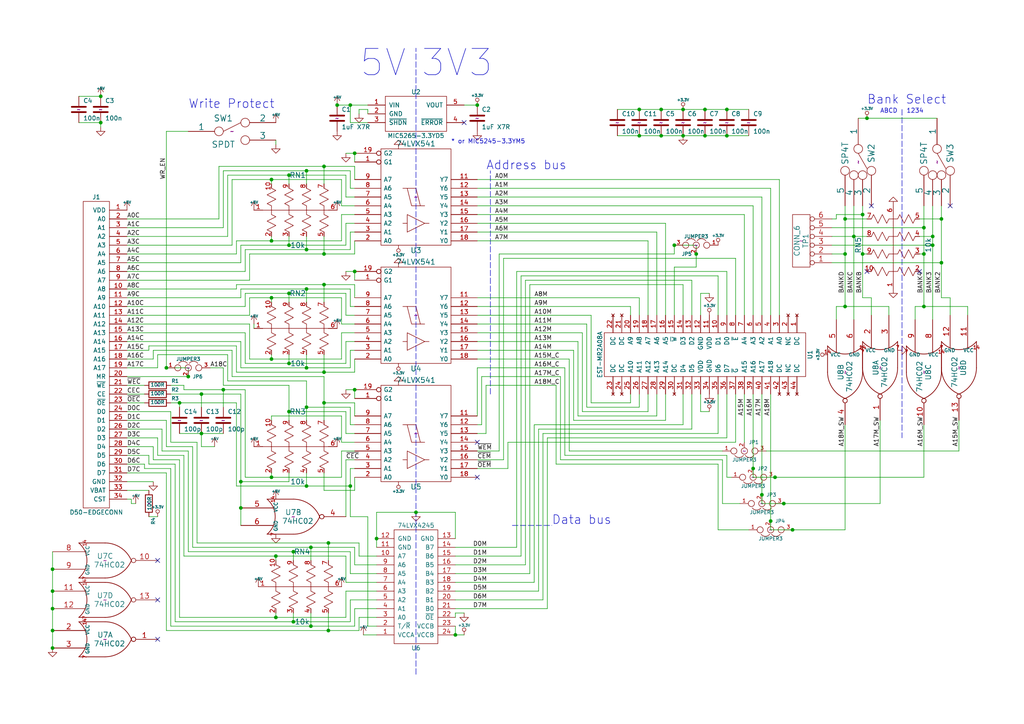
<source format=kicad_sch>
(kicad_sch (version 20211123) (generator eeschema)
  (paper "A4")
  (title_block (date "7 feb 2016"))
  (junction (at 58.42 125.73))
  (junction (at 270.51 71.12))
  (junction (at 93.98 82.55))
  (junction (at 88.9 49.53))
  (junction (at 250.19 62.23))
  (junction (at 15.24 187.96))
  (junction (at 95.25 182.88))
  (junction (at 88.9 118.11))
  (junction (at 48.26 106.68))
  (junction (at 83.82 119.38))
  (junction (at 218.44 135.89))
  (junction (at 78.74 86.36))
  (junction (at 29.21 35.56))
  (junction (at 95.25 157.48))
  (junction (at 250.19 73.66))
  (junction (at 227.33 146.05))
  (junction (at 78.74 138.43))
  (junction (at 101.6 30.48))
  (junction (at 97.79 30.48))
  (junction (at 78.74 104.14))
  (junction (at 80.01 179.07))
  (junction (at 52.07 116.84))
  (junction (at 102.87 78.74))
  (junction (at 267.97 66.04))
  (junction (at 80.01 161.29))
  (junction (at 102.87 113.03))
  (junction (at 138.43 30.48))
  (junction (at 58.42 114.3))
  (junction (at 83.82 85.09))
  (junction (at 15.24 165.1))
  (junction (at 191.77 31.75))
  (junction (at 85.09 160.02))
  (junction (at 251.46 34.29))
  (junction (at 201.93 73.66))
  (junction (at 185.42 39.37))
  (junction (at 90.17 181.61))
  (junction (at 85.09 180.34))
  (junction (at 83.82 71.12))
  (junction (at 204.47 39.37))
  (junction (at 93.98 73.66))
  (junction (at 185.42 31.75))
  (junction (at 267.97 73.66))
  (junction (at 270.51 68.58))
  (junction (at 273.05 63.5))
  (junction (at 90.17 158.75))
  (junction (at 223.52 151.13))
  (junction (at 88.9 72.39))
  (junction (at 69.85 139.7))
  (junction (at 88.9 140.97))
  (junction (at 15.24 171.45))
  (junction (at 29.21 27.94))
  (junction (at 101.6 140.97))
  (junction (at 15.24 182.88))
  (junction (at 93.98 116.84))
  (junction (at 83.82 50.8))
  (junction (at 93.98 107.95))
  (junction (at 224.79 138.43))
  (junction (at 78.74 69.85))
  (junction (at 273.05 76.2))
  (junction (at 15.24 176.53))
  (junction (at 245.11 63.5))
  (junction (at 109.22 156.21))
  (junction (at 88.9 83.82))
  (junction (at 198.12 31.75))
  (junction (at 78.74 52.07))
  (junction (at 229.87 153.67))
  (junction (at 120.65 148.59))
  (junction (at 102.87 44.45))
  (junction (at 245.11 73.66))
  (junction (at 195.58 71.12))
  (junction (at 83.82 105.41))
  (junction (at 267.97 88.9))
  (junction (at 191.77 39.37))
  (junction (at 132.08 184.15))
  (junction (at 247.65 68.58))
  (junction (at 198.12 39.37))
  (junction (at 88.9 106.68))
  (junction (at 93.98 48.26))
  (junction (at 220.98 143.51))
  (junction (at 54.61 109.22))
  (junction (at 69.85 147.32))
  (junction (at 210.82 39.37))
  (junction (at 64.77 113.03))
  (junction (at 245.11 88.9))
  (junction (at 204.47 31.75))
  (junction (at 210.82 31.75))
  (no_connect (at 266.7 78.74))
  (no_connect (at 252.73 59.69))
  (no_connect (at 134.62 35.56))
  (no_connect (at 275.59 59.69))
  (no_connect (at 138.43 128.27))
  (no_connect (at 45.72 185.42))
  (no_connect (at 45.72 173.99))
  (no_connect (at 45.72 162.56))
  (no_connect (at 251.46 78.74))
  (no_connect (at 138.43 138.43))
  (wire (pts (xy 278.13 121.92) (xy 278.13 130.81)))
  (wire (pts (xy 223.52 153.67) (xy 229.87 153.67)))
  (wire (pts (xy 220.98 143.51) (xy 220.98 146.05)))
  (wire (pts (xy 195.58 77.47) (xy 195.58 91.44)))
  (wire (pts (xy 273.05 86.36) (xy 275.59 86.36)))
  (wire (pts (xy 168.91 119.38) (xy 187.96 119.38)))
  (wire (pts (xy 149.86 78.74) (xy 210.82 78.74)))
  (wire (pts (xy 88.9 72.39) (xy 101.6 72.39)))
  (wire (pts (xy 48.26 182.88) (xy 95.25 182.88)))
  (wire (pts (xy 71.12 113.03) (xy 71.12 138.43)))
  (wire (pts (xy 15.24 176.53) (xy 15.24 182.88)))
  (wire (pts (xy 157.48 173.99) (xy 132.08 173.99)))
  (wire (pts (xy 158.75 176.53) (xy 132.08 176.53)))
  (wire (pts (xy 106.68 181.61) (xy 109.22 181.61)))
  (wire (pts (xy 109.22 148.59) (xy 109.22 156.21)))
  (wire (pts (xy 78.74 69.85) (xy 99.06 69.85)))
  (wire (pts (xy 71.12 96.52) (xy 71.12 105.41)))
  (wire (pts (xy 48.26 121.92) (xy 36.83 121.92)))
  (wire (pts (xy 147.32 128.27) (xy 147.32 135.89)))
  (wire (pts (xy 171.45 116.84) (xy 182.88 116.84)))
  (wire (pts (xy 204.47 39.37) (xy 210.82 39.37)))
  (wire (pts (xy 83.82 87.63) (xy 83.82 85.09)))
  (wire (pts (xy 67.31 52.07) (xy 67.31 71.12)))
  (wire (pts (xy 242.57 62.23) (xy 250.19 62.23)))
  (wire (pts (xy 144.78 73.66) (xy 195.58 73.66)))
  (wire (pts (xy 66.04 50.8) (xy 66.04 68.58)))
  (wire (pts (xy 101.6 149.86) (xy 106.68 149.86)))
  (wire (pts (xy 95.25 182.88) (xy 104.14 182.88)))
  (wire (pts (xy 132.08 179.07) (xy 132.08 177.8)))
  (wire (pts (xy 45.72 106.68) (xy 45.72 102.87)))
  (wire (pts (xy 100.33 168.91) (xy 109.22 168.91)))
  (wire (pts (xy 201.93 77.47) (xy 195.58 77.47)))
  (wire (pts (xy 203.2 85.09) (xy 205.74 85.09)))
  (wire (pts (xy 15.24 160.02) (xy 15.24 165.1)))
  (wire (pts (xy 36.83 129.54) (xy 44.45 129.54)))
  (wire (pts (xy 203.2 91.44) (xy 203.2 85.09)))
  (wire (pts (xy 102.87 44.45) (xy 100.33 44.45)))
  (wire (pts (xy 36.83 104.14) (xy 44.45 104.14)))
  (wire (pts (xy 78.74 137.16) (xy 78.74 138.43)))
  (wire (pts (xy 88.9 110.49) (xy 88.9 118.11)))
  (wire (pts (xy 71.12 78.74) (xy 71.12 72.39)))
  (wire (pts (xy 71.12 105.41) (xy 83.82 105.41)))
  (wire (pts (xy 170.18 118.11) (xy 185.42 118.11)))
  (wire (pts (xy 41.91 114.3) (xy 36.83 114.3)))
  (wire (pts (xy 100.33 91.44) (xy 102.87 91.44)))
  (wire (pts (xy 166.37 101.6) (xy 166.37 121.92)))
  (wire (pts (xy 224.79 138.43) (xy 267.97 138.43)))
  (wire (pts (xy 53.34 132.08) (xy 45.72 132.08)))
  (wire (pts (xy 149.86 78.74) (xy 149.86 158.75)))
  (wire (pts (xy 46.99 130.81) (xy 54.61 130.81)))
  (wire (pts (xy 49.53 135.89) (xy 49.53 181.61)))
  (wire (pts (xy 154.94 123.19) (xy 154.94 168.91)))
  (wire (pts (xy 93.98 116.84) (xy 102.87 116.84)))
  (wire (pts (xy 102.87 48.26) (xy 102.87 52.07)))
  (wire (pts (xy 106.68 35.56) (xy 101.6 35.56)))
  (wire (pts (xy 171.45 91.44) (xy 171.45 116.84)))
  (wire (pts (xy 41.91 134.62) (xy 41.91 135.89)))
  (wire (pts (xy 95.25 162.56) (xy 95.25 157.48)))
  (wire (pts (xy 185.42 31.75) (xy 191.77 31.75)))
  (wire (pts (xy 102.87 138.43) (xy 102.87 142.24)))
  (wire (pts (xy 102.87 73.66) (xy 102.87 69.85)))
  (wire (pts (xy 226.06 52.07) (xy 226.06 91.44)))
  (wire (pts (xy 187.96 119.38) (xy 187.96 114.3)))
  (wire (pts (xy 120.65 148.59) (xy 132.08 148.59)))
  (wire (pts (xy 241.3 68.58) (xy 247.65 68.58)))
  (wire (pts (xy 208.28 134.62) (xy 208.28 153.67)))
  (wire (pts (xy 71.12 72.39) (xy 88.9 72.39)))
  (wire (pts (xy 153.67 82.55) (xy 198.12 82.55)))
  (wire (pts (xy 55.88 158.75) (xy 55.88 129.54)))
  (wire (pts (xy 72.39 104.14) (xy 78.74 104.14)))
  (wire (pts (xy 100.33 125.73) (xy 102.87 125.73)))
  (wire (pts (xy 193.04 121.92) (xy 193.04 114.3)))
  (wire (pts (xy 45.72 127) (xy 36.83 127)))
  (wire (pts (xy 140.97 111.76) (xy 161.29 111.76)))
  (wire (pts (xy 218.44 135.89) (xy 218.44 138.43)))
  (wire (pts (xy 67.31 52.07) (xy 78.74 52.07)))
  (wire (pts (xy 153.67 166.37) (xy 132.08 166.37)))
  (wire (pts (xy 78.74 138.43) (xy 99.06 138.43)))
  (wire (pts (xy 270.51 59.69) (xy 270.51 68.58)))
  (wire (pts (xy 138.43 106.68) (xy 163.83 106.68)))
  (wire (pts (xy 250.19 73.66) (xy 250.19 86.36)))
  (wire (pts (xy 97.79 30.48) (xy 101.6 30.48)))
  (wire (pts (xy 138.43 99.06) (xy 167.64 99.06)))
  (wire (pts (xy 104.14 182.88) (xy 104.14 179.07)))
  (wire (pts (xy 36.83 76.2) (xy 69.85 76.2)))
  (wire (pts (xy 182.88 116.84) (xy 182.88 114.3)))
  (wire (pts (xy 29.21 35.56) (xy 29.21 36.83)))
  (wire (pts (xy 93.98 48.26) (xy 102.87 48.26)))
  (wire (pts (xy 68.58 107.95) (xy 93.98 107.95)))
  (wire (pts (xy 63.5 48.26) (xy 93.98 48.26)))
  (wire (pts (xy 88.9 49.53) (xy 101.6 49.53)))
  (wire (pts (xy 191.77 39.37) (xy 198.12 39.37)))
  (wire (pts (xy 101.6 35.56) (xy 101.6 30.48)))
  (wire (pts (xy 101.6 83.82) (xy 101.6 88.9)))
  (wire (pts (xy 267.97 138.43) (xy 267.97 123.19)))
  (wire (pts (xy 93.98 53.34) (xy 93.98 48.26)))
  (wire (pts (xy 45.72 132.08) (xy 45.72 127)))
  (wire (pts (xy 252.73 86.36) (xy 252.73 91.44)))
  (wire (pts (xy 165.1 104.14) (xy 138.43 104.14)))
  (wire (pts (xy 52.07 179.07) (xy 80.01 179.07)))
  (wire (pts (xy 38.1 146.05) (xy 39.37 146.05)))
  (wire (pts (xy 247.65 68.58) (xy 251.46 68.58)))
  (wire (pts (xy 53.34 113.03) (xy 64.77 113.03)))
  (wire (pts (xy 151.13 161.29) (xy 132.08 161.29)))
  (wire (pts (xy 58.42 114.3) (xy 69.85 114.3)))
  (wire (pts (xy 36.83 134.62) (xy 41.91 134.62)))
  (wire (pts (xy 78.74 120.65) (xy 78.74 121.92)))
  (wire (pts (xy 85.09 180.34) (xy 101.6 180.34)))
  (wire (pts (xy 48.26 129.54) (xy 48.26 121.92)))
  (wire (pts (xy 99.06 62.23) (xy 102.87 62.23)))
  (wire (pts (xy 210.82 127) (xy 158.75 127)))
  (wire (pts (xy 170.18 93.98) (xy 170.18 118.11)))
  (wire (pts (xy 88.9 118.11) (xy 101.6 118.11)))
  (wire (pts (xy 88.9 140.97) (xy 101.6 140.97)))
  (wire (pts (xy 241.3 63.5) (xy 242.57 63.5)))
  (wire (pts (xy 104.14 179.07) (xy 109.22 179.07)))
  (wire (pts (xy 245.11 63.5) (xy 245.11 73.66)))
  (wire (pts (xy 38.1 144.78) (xy 38.1 146.05)))
  (wire (pts (xy 106.68 149.86) (xy 106.68 181.61)))
  (wire (pts (xy 93.98 142.24) (xy 93.98 137.16)))
  (wire (pts (xy 99.06 59.69) (xy 102.87 59.69)))
  (wire (pts (xy 46.99 124.46) (xy 46.99 130.81)))
  (wire (pts (xy 247.65 68.58) (xy 247.65 92.71)))
  (wire (pts (xy 138.43 69.85) (xy 187.96 69.85)))
  (polyline (pts (xy 142.24 114.3) (xy 142.24 49.53)))
  (wire (pts (xy 99.06 69.85) (xy 99.06 62.23)))
  (wire (pts (xy 156.21 124.46) (xy 156.21 171.45)))
  (wire (pts (xy 36.83 91.44) (xy 72.39 91.44)))
  (wire (pts (xy 132.08 148.59) (xy 132.08 156.21)))
  (wire (pts (xy 147.32 128.27) (xy 213.36 128.27)))
  (wire (pts (xy 66.04 102.87) (xy 66.04 110.49)))
  (wire (pts (xy 138.43 57.15) (xy 220.98 57.15)))
  (wire (pts (xy 102.87 113.03) (xy 100.33 113.03)))
  (wire (pts (xy 69.85 71.12) (xy 83.82 71.12)))
  (wire (pts (xy 54.61 160.02) (xy 85.09 160.02)))
  (wire (pts (xy 198.12 123.19) (xy 154.94 123.19)))
  (wire (pts (xy 245.11 59.69) (xy 245.11 63.5)))
  (wire (pts (xy 101.6 30.48) (xy 106.68 30.48)))
  (wire (pts (xy 45.72 102.87) (xy 66.04 102.87)))
  (wire (pts (xy 50.8 134.62) (xy 43.18 134.62)))
  (wire (pts (xy 93.98 87.63) (xy 93.98 82.55)))
  (wire (pts (xy 251.46 73.66) (xy 250.19 73.66)))
  (wire (pts (xy 266.7 68.58) (xy 270.51 68.58)))
  (wire (pts (xy 209.55 133.35) (xy 209.55 146.05)))
  (wire (pts (xy 167.64 99.06) (xy 167.64 120.65)))
  (wire (pts (xy 193.04 64.77) (xy 138.43 64.77)))
  (wire (pts (xy 280.67 88.9) (xy 280.67 91.44)))
  (wire (pts (xy 58.42 125.73) (xy 64.77 125.73)))
  (wire (pts (xy 165.1 130.81) (xy 209.55 130.81)))
  (wire (pts (xy 101.6 106.68) (xy 101.6 101.6)))
  (wire (pts (xy 43.18 132.08) (xy 36.83 132.08)))
  (wire (pts (xy 245.11 88.9) (xy 257.81 88.9)))
  (wire (pts (xy 139.7 123.19) (xy 139.7 109.22)))
  (wire (pts (xy 53.34 161.29) (xy 80.01 161.29)))
  (wire (pts (xy 163.83 132.08) (xy 210.82 132.08)))
  (wire (pts (xy 90.17 162.56) (xy 90.17 158.75)))
  (wire (pts (xy 78.74 102.87) (xy 78.74 104.14)))
  (wire (pts (xy 88.9 87.63) (xy 88.9 83.82)))
  (wire (pts (xy 185.42 86.36) (xy 138.43 86.36)))
  (wire (pts (xy 80.01 41.91) (xy 80.01 40.64)))
  (wire (pts (xy 109.22 148.59) (xy 120.65 148.59)))
  (wire (pts (xy 100.33 179.07) (xy 100.33 171.45)))
  (polyline (pts (xy 261.62 31.75) (xy 261.62 127)))
  (wire (pts (xy 257.81 88.9) (xy 257.81 91.44)))
  (wire (pts (xy 278.13 130.81) (xy 222.25 130.81)))
  (wire (pts (xy 241.3 66.04) (xy 267.97 66.04)))
  (wire (pts (xy 68.58 69.85) (xy 78.74 69.85)))
  (wire (pts (xy 182.88 88.9) (xy 138.43 88.9)))
  (wire (pts (xy 64.77 111.76) (xy 83.82 111.76)))
  (wire (pts (xy 241.3 71.12) (xy 270.51 71.12)))
  (wire (pts (xy 95.25 157.48) (xy 104.14 157.48)))
  (wire (pts (xy 208.28 91.44) (xy 208.28 80.01)))
  (wire (pts (xy 83.82 50.8) (xy 100.33 50.8)))
  (wire (pts (xy 36.83 111.76) (xy 41.91 111.76)))
  (wire (pts (xy 204.47 31.75) (xy 210.82 31.75)))
  (wire (pts (xy 218.44 59.69) (xy 218.44 91.44)))
  (wire (pts (xy 161.29 134.62) (xy 208.28 134.62)))
  (wire (pts (xy 58.42 118.11) (xy 58.42 114.3)))
  (wire (pts (xy 69.85 147.32) (xy 69.85 152.4)))
  (wire (pts (xy 99.06 130.81) (xy 102.87 130.81)))
  (wire (pts (xy 52.07 118.11) (xy 52.07 116.84)))
  (wire (pts (xy 83.82 119.38) (xy 83.82 121.92)))
  (wire (pts (xy 58.42 125.73) (xy 58.42 129.54)))
  (wire (pts (xy 73.66 93.98) (xy 73.66 95.25)))
  (wire (pts (xy 213.36 91.44) (xy 213.36 74.93)))
  (wire (pts (xy 83.82 105.41) (xy 100.33 105.41)))
  (wire (pts (xy 104.14 157.48) (xy 104.14 161.29)))
  (polyline (pts (xy 120.65 195.58) (xy 120.65 13.97)))
  (wire (pts (xy 267.97 66.04) (xy 267.97 73.66)))
  (wire (pts (xy 195.58 71.12) (xy 201.93 71.12)))
  (wire (pts (xy 154.94 168.91) (xy 132.08 168.91)))
  (wire (pts (xy 139.7 109.22) (xy 162.56 109.22)))
  (wire (pts (xy 203.2 119.38) (xy 205.74 119.38)))
  (wire (pts (xy 158.75 127) (xy 158.75 176.53)))
  (wire (pts (xy 215.9 62.23) (xy 215.9 91.44)))
  (wire (pts (xy 100.33 57.15) (xy 102.87 57.15)))
  (wire (pts (xy 64.77 66.04) (xy 36.83 66.04)))
  (wire (pts (xy 83.82 119.38) (xy 100.33 119.38)))
  (wire (pts (xy 71.12 88.9) (xy 71.12 85.09)))
  (wire (pts (xy 101.6 123.19) (xy 102.87 123.19)))
  (wire (pts (xy 132.08 181.61) (xy 132.08 184.15)))
  (wire (pts (xy 153.67 82.55) (xy 153.67 166.37)))
  (wire (pts (xy 49.53 116.84) (xy 52.07 116.84)))
  (wire (pts (xy 102.87 163.83) (xy 109.22 163.83)))
  (wire (pts (xy 265.43 88.9) (xy 267.97 88.9)))
  (wire (pts (xy 69.85 86.36) (xy 69.85 83.82)))
  (wire (pts (xy 68.58 140.97) (xy 88.9 140.97)))
  (wire (pts (xy 138.43 101.6) (xy 166.37 101.6)))
  (wire (pts (xy 102.87 107.95) (xy 102.87 104.14)))
  (wire (pts (xy 58.42 129.54) (xy 62.23 129.54)))
  (wire (pts (xy 101.6 135.89) (xy 101.6 140.97)))
  (wire (pts (xy 273.05 76.2) (xy 273.05 86.36)))
  (wire (pts (xy 100.33 71.12) (xy 100.33 64.77)))
  (wire (pts (xy 49.53 128.27) (xy 57.15 128.27)))
  (wire (pts (xy 138.43 91.44) (xy 171.45 91.44)))
  (wire (pts (xy 241.3 76.2) (xy 273.05 76.2)))
  (wire (pts (xy 99.06 52.07) (xy 99.06 59.69)))
  (wire (pts (xy 48.26 38.1) (xy 54.61 38.1)))
  (wire (pts (xy 144.78 130.81) (xy 138.43 130.81)))
  (wire (pts (xy 179.07 39.37) (xy 185.42 39.37)))
  (wire (pts (xy 138.43 62.23) (xy 215.9 62.23)))
  (wire (pts (xy 99.06 104.14) (xy 99.06 96.52)))
  (wire (pts (xy 187.96 69.85) (xy 187.96 91.44)))
  (wire (pts (xy 83.82 71.12) (xy 100.33 71.12)))
  (wire (pts (xy 69.85 106.68) (xy 88.9 106.68)))
  (wire (pts (xy 36.83 96.52) (xy 71.12 96.52)))
  (wire (pts (xy 60.96 106.68) (xy 64.77 106.68)))
  (wire (pts (xy 43.18 149.86) (xy 45.72 149.86)))
  (wire (pts (xy 88.9 140.97) (xy 88.9 137.16)))
  (wire (pts (xy 102.87 116.84) (xy 102.87 120.65)))
  (wire (pts (xy 152.4 81.28) (xy 200.66 81.28)))
  (wire (pts (xy 43.18 101.6) (xy 43.18 100.33)))
  (wire (pts (xy 208.28 80.01) (xy 151.13 80.01)))
  (wire (pts (xy 44.45 104.14) (xy 44.45 101.6)))
  (wire (pts (xy 66.04 50.8) (xy 83.82 50.8)))
  (wire (pts (xy 198.12 114.3) (xy 198.12 123.19)))
  (wire (pts (xy 179.07 31.75) (xy 185.42 31.75)))
  (wire (pts (xy 100.33 64.77) (xy 102.87 64.77)))
  (wire (pts (xy 101.6 160.02) (xy 101.6 166.37)))
  (wire (pts (xy 78.74 120.65) (xy 99.06 120.65)))
  (wire (pts (xy 85.09 160.02) (xy 101.6 160.02)))
  (wire (pts (xy 49.53 114.3) (xy 58.42 114.3)))
  (wire (pts (xy 213.36 74.93) (xy 146.05 74.93)))
  (wire (pts (xy 68.58 116.84) (xy 68.58 140.97)))
  (wire (pts (xy 99.06 86.36) (xy 99.06 93.98)))
  (wire (pts (xy 210.82 114.3) (xy 210.82 127)))
  (wire (pts (xy 54.61 106.68) (xy 54.61 109.22)))
  (wire (pts (xy 90.17 177.8) (xy 90.17 181.61)))
  (wire (pts (xy 83.82 53.34) (xy 83.82 50.8)))
  (wire (pts (xy 138.43 59.69) (xy 218.44 59.69)))
  (wire (pts (xy 255.27 146.05) (xy 255.27 121.92)))
  (wire (pts (xy 138.43 93.98) (xy 170.18 93.98)))
  (wire (pts (xy 88.9 53.34) (xy 88.9 49.53)))
  (wire (pts (xy 102.87 181.61) (xy 102.87 176.53)))
  (wire (pts (xy 218.44 138.43) (xy 224.79 138.43)))
  (wire (pts (xy 48.26 38.1) (xy 48.26 106.68)))
  (wire (pts (xy 29.21 27.94) (xy 22.86 27.94)))
  (wire (pts (xy 250.19 59.69) (xy 250.19 62.23)))
  (wire (pts (xy 248.92 34.29) (xy 251.46 34.29)))
  (wire (pts (xy 36.83 88.9) (xy 71.12 88.9)))
  (wire (pts (xy 101.6 54.61) (xy 102.87 54.61)))
  (wire (pts (xy 101.6 67.31) (xy 102.87 67.31)))
  (wire (pts (xy 36.83 144.78) (xy 38.1 144.78)))
  (wire (pts (xy 245.11 153.67) (xy 245.11 123.19)))
  (wire (pts (xy 36.83 78.74) (xy 71.12 78.74)))
  (wire (pts (xy 251.46 34.29) (xy 271.78 34.29)))
  (wire (pts (xy 88.9 102.87) (xy 88.9 106.68)))
  (wire (pts (xy 36.83 124.46) (xy 46.99 124.46)))
  (polyline (pts (xy 148.59 152.4) (xy 160.02 152.4)))
  (wire (pts (xy 72.39 73.66) (xy 93.98 73.66)))
  (wire (pts (xy 242.57 63.5) (xy 242.57 62.23)))
  (wire (pts (xy 15.24 165.1) (xy 15.24 171.45)))
  (wire (pts (xy 109.22 184.15) (xy 105.41 184.15)))
  (wire (pts (xy 43.18 100.33) (xy 68.58 100.33)))
  (wire (pts (xy 101.6 101.6) (xy 102.87 101.6)))
  (wire (pts (xy 69.85 83.82) (xy 88.9 83.82)))
  (wire (pts (xy 100.33 105.41) (xy 100.33 99.06)))
  (wire (pts (xy 138.43 96.52) (xy 168.91 96.52)))
  (wire (pts (xy 138.43 123.19) (xy 139.7 123.19)))
  (wire (pts (xy 138.43 120.65) (xy 138.43 106.68)))
  (wire (pts (xy 265.43 92.71) (xy 265.43 88.9)))
  (wire (pts (xy 101.6 166.37) (xy 109.22 166.37)))
  (wire (pts (xy 104.14 161.29) (xy 109.22 161.29)))
  (wire (pts (xy 101.6 135.89) (xy 102.87 135.89)))
  (wire (pts (xy 200.66 114.3) (xy 200.66 124.46)))
  (wire (pts (xy 100.33 85.09) (xy 100.33 91.44)))
  (wire (pts (xy 88.9 83.82) (xy 101.6 83.82)))
  (wire (pts (xy 78.74 104.14) (xy 99.06 104.14)))
  (wire (pts (xy 64.77 49.53) (xy 64.77 66.04)))
  (wire (pts (xy 93.98 107.95) (xy 102.87 107.95)))
  (wire (pts (xy 52.07 133.35) (xy 52.07 179.07)))
  (wire (pts (xy 134.62 30.48) (xy 138.43 30.48)))
  (wire (pts (xy 220.98 57.15) (xy 220.98 91.44)))
  (wire (pts (xy 93.98 82.55) (xy 102.87 82.55)))
  (wire (pts (xy 101.6 140.97) (xy 101.6 149.86)))
  (wire (pts (xy 57.15 157.48) (xy 95.25 157.48)))
  (wire (pts (xy 167.64 120.65) (xy 190.5 120.65)))
  (wire (pts (xy 49.53 111.76) (xy 53.34 111.76)))
  (wire (pts (xy 67.31 101.6) (xy 67.31 109.22)))
  (wire (pts (xy 52.07 125.73) (xy 58.42 125.73)))
  (wire (pts (xy 190.5 67.31) (xy 190.5 91.44)))
  (wire (pts (xy 85.09 177.8) (xy 85.09 180.34)))
  (wire (pts (xy 198.12 82.55) (xy 198.12 91.44)))
  (wire (pts (xy 41.91 135.89) (xy 49.53 135.89)))
  (wire (pts (xy 144.78 73.66) (xy 144.78 130.81)))
  (wire (pts (xy 78.74 86.36) (xy 99.06 86.36)))
  (wire (pts (xy 100.33 161.29) (xy 100.33 168.91)))
  (wire (pts (xy 64.77 106.68) (xy 64.77 111.76)))
  (wire (pts (xy 93.98 116.84) (xy 93.98 121.92)))
  (wire (pts (xy 100.33 171.45) (xy 109.22 171.45)))
  (wire (pts (xy 53.34 161.29) (xy 53.34 132.08)))
  (wire (pts (xy 201.93 71.12) (xy 201.93 73.66)))
  (wire (pts (xy 156.21 171.45) (xy 132.08 171.45)))
  (wire (pts (xy 36.83 83.82) (xy 68.58 83.82)))
  (wire (pts (xy 209.55 146.05) (xy 214.63 146.05)))
  (wire (pts (xy 147.32 135.89) (xy 138.43 135.89)))
  (wire (pts (xy 36.83 73.66) (xy 68.58 73.66)))
  (wire (pts (xy 266.7 73.66) (xy 267.97 73.66)))
  (wire (pts (xy 36.83 142.24) (xy 43.18 142.24)))
  (wire (pts (xy 69.85 139.7) (xy 69.85 147.32)))
  (wire (pts (xy 102.87 115.57) (xy 102.87 113.03)))
  (wire (pts (xy 250.19 86.36) (xy 252.73 86.36)))
  (wire (pts (xy 50.8 180.34) (xy 85.09 180.34)))
  (wire (pts (xy 210.82 39.37) (xy 217.17 39.37)))
  (wire (pts (xy 242.57 92.71) (xy 242.57 88.9)))
  (wire (pts (xy 88.9 118.11) (xy 88.9 121.92)))
  (wire (pts (xy 83.82 111.76) (xy 83.82 119.38)))
  (wire (pts (xy 67.31 71.12) (xy 36.83 71.12)))
  (wire (pts (xy 220.98 146.05) (xy 227.33 146.05)))
  (wire (pts (xy 100.33 133.35) (xy 102.87 133.35)))
  (wire (pts (xy 102.87 176.53) (xy 109.22 176.53)))
  (wire (pts (xy 220.98 114.3) (xy 220.98 143.51)))
  (wire (pts (xy 190.5 67.31) (xy 138.43 67.31)))
  (wire (pts (xy 102.87 78.74) (xy 100.33 78.74)))
  (wire (pts (xy 50.8 180.34) (xy 50.8 134.62)))
  (wire (pts (xy 185.42 118.11) (xy 185.42 114.3)))
  (wire (pts (xy 48.26 137.16) (xy 48.26 182.88)))
  (wire (pts (xy 185.42 39.37) (xy 191.77 39.37)))
  (wire (pts (xy 90.17 158.75) (xy 102.87 158.75)))
  (wire (pts (xy 49.53 181.61) (xy 90.17 181.61)))
  (wire (pts (xy 190.5 120.65) (xy 190.5 114.3)))
  (wire (pts (xy 251.46 63.5) (xy 245.11 63.5)))
  (wire (pts (xy 182.88 91.44) (xy 182.88 88.9)))
  (wire (pts (xy 104.14 31.75) (xy 106.68 31.75)))
  (wire (pts (xy 200.66 124.46) (xy 156.21 124.46)))
  (wire (pts (xy 80.01 179.07) (xy 100.33 179.07)))
  (wire (pts (xy 223.52 151.13) (xy 223.52 153.67)))
  (wire (pts (xy 198.12 31.75) (xy 204.47 31.75)))
  (wire (pts (xy 227.33 146.05) (xy 255.27 146.05)))
  (wire (pts (xy 223.52 114.3) (xy 223.52 151.13)))
  (wire (pts (xy 267.97 88.9) (xy 280.67 88.9)))
  (wire (pts (xy 48.26 106.68) (xy 54.61 106.68)))
  (wire (pts (xy 55.88 129.54) (xy 48.26 129.54)))
  (wire (pts (xy 163.83 106.68) (xy 163.83 132.08)))
  (wire (pts (xy 146.05 133.35) (xy 138.43 133.35)))
  (wire (pts (xy 102.87 142.24) (xy 93.98 142.24)))
  (wire (pts (xy 210.82 78.74) (xy 210.82 91.44)))
  (wire (pts (xy 198.12 39.37) (xy 204.47 39.37)))
  (wire (pts (xy 64.77 49.53) (xy 88.9 49.53)))
  (wire (pts (xy 101.6 49.53) (xy 101.6 54.61)))
  (wire (pts (xy 83.82 139.7) (xy 83.82 137.16)))
  (wire (pts (xy 72.39 91.44) (xy 72.39 86.36)))
  (wire (pts (xy 88.9 106.68) (xy 101.6 106.68)))
  (wire (pts (xy 151.13 80.01) (xy 151.13 161.29)))
  (wire (pts (xy 95.25 177.8) (xy 95.25 182.88)))
  (wire (pts (xy 138.43 125.73) (xy 140.97 125.73)))
  (wire (pts (xy 36.83 119.38) (xy 49.53 119.38)))
  (wire (pts (xy 36.83 116.84) (xy 41.91 116.84)))
  (wire (pts (xy 140.97 125.73) (xy 140.97 111.76)))
  (wire (pts (xy 36.83 101.6) (xy 43.18 101.6)))
  (wire (pts (xy 15.24 171.45) (xy 15.24 176.53)))
  (wire (pts (xy 22.86 35.56) (xy 29.21 35.56)))
  (wire (pts (xy 100.33 119.38) (xy 100.33 125.73)))
  (wire (pts (xy 241.3 73.66) (xy 245.11 73.66)))
  (wire (pts (xy 83.82 102.87) (xy 83.82 105.41)))
  (wire (pts (xy 72.39 81.28) (xy 72.39 73.66)))
  (wire (pts (xy 99.06 128.27) (xy 102.87 128.27)))
  (wire (pts (xy 201.93 73.66) (xy 201.93 77.47)))
  (wire (pts (xy 36.83 81.28) (xy 72.39 81.28)))
  (wire (pts (xy 273.05 59.69) (xy 273.05 63.5)))
  (wire (pts (xy 101.6 118.11) (xy 101.6 123.19)))
  (wire (pts (xy 223.52 54.61) (xy 223.52 91.44)))
  (wire (pts (xy 100.33 149.86) (xy 100.33 133.35)))
  (wire (pts (xy 102.87 46.99) (xy 102.87 44.45)))
  (wire (pts (xy 64.77 118.11) (xy 64.77 113.03)))
  (wire (pts (xy 36.83 106.68) (xy 45.72 106.68)))
  (wire (pts (xy 93.98 73.66) (xy 102.87 73.66)))
  (wire (pts (xy 247.65 59.69) (xy 247.65 68.58)))
  (wire (pts (xy 67.31 109.22) (xy 93.98 109.22)))
  (wire (pts (xy 68.58 100.33) (xy 68.58 107.95)))
  (wire (pts (xy 275.59 86.36) (xy 275.59 91.44)))
  (wire (pts (xy 273.05 63.5) (xy 273.05 76.2)))
  (wire (pts (xy 152.4 81.28) (xy 152.4 163.83)))
  (wire (pts (xy 162.56 133.35) (xy 209.55 133.35)))
  (wire (pts (xy 102.87 158.75) (xy 102.87 163.83)))
  (wire (pts (xy 68.58 82.55) (xy 93.98 82.55)))
  (wire (pts (xy 43.18 134.62) (xy 43.18 132.08)))
  (wire (pts (xy 101.6 173.99) (xy 109.22 173.99)))
  (wire (pts (xy 72.39 86.36) (xy 78.74 86.36)))
  (wire (pts (xy 66.04 68.58) (xy 36.83 68.58)))
  (wire (pts (xy 267.97 73.66) (xy 267.97 88.9)))
  (wire (pts (xy 71.12 85.09) (xy 83.82 85.09)))
  (wire (pts (xy 83.82 85.09) (xy 100.33 85.09)))
  (wire (pts (xy 102.87 82.55) (xy 102.87 86.36)))
  (wire (pts (xy 99.06 138.43) (xy 99.06 130.81)))
  (wire (pts (xy 69.85 139.7) (xy 83.82 139.7)))
  (wire (pts (xy 36.83 139.7) (xy 44.45 139.7)))
  (wire (pts (xy 99.06 120.65) (xy 99.06 128.27)))
  (wire (pts (xy 229.87 153.67) (xy 245.11 153.67)))
  (wire (pts (xy 267.97 59.69) (xy 267.97 66.04)))
  (wire (pts (xy 200.66 81.28) (xy 200.66 91.44)))
  (wire (pts (xy 270.51 71.12) (xy 270.51 92.71)))
  (wire (pts (xy 168.91 96.52) (xy 168.91 119.38)))
  (wire (pts (xy 185.42 91.44) (xy 185.42 86.36)))
  (wire (pts (xy 93.98 68.58) (xy 93.98 73.66)))
  (wire (pts (xy 132.08 177.8) (xy 134.62 177.8)))
  (wire (pts (xy 36.83 93.98) (xy 72.39 93.98)))
  (wire (pts (xy 66.04 110.49) (xy 88.9 110.49)))
  (wire (pts (xy 85.09 162.56) (xy 85.09 160.02)))
  (wire (pts (xy 165.1 104.14) (xy 165.1 130.81)))
  (wire (pts (xy 69.85 76.2) (xy 69.85 71.12)))
  (wire (pts (xy 191.77 31.75) (xy 198.12 31.75)))
  (wire (pts (xy 166.37 121.92) (xy 193.04 121.92)))
  (wire (pts (xy 15.24 182.88) (xy 15.24 187.96)))
  (wire (pts (xy 36.83 109.22) (xy 54.61 109.22)))
  (wire (pts (xy 80.01 162.56) (xy 80.01 161.29)))
  (wire (pts (xy 104.14 33.02) (xy 104.14 31.75)))
  (wire (pts (xy 44.45 133.35) (xy 52.07 133.35)))
  (wire (pts (xy 149.86 158.75) (xy 132.08 158.75)))
  (wire (pts (xy 101.6 72.39) (xy 101.6 67.31)))
  (wire (pts (xy 101.6 180.34) (xy 101.6 173.99)))
  (wire (pts (xy 63.5 48.26) (xy 63.5 63.5)))
  (wire (pts (xy 57.15 128.27) (xy 57.15 157.48)))
  (wire (pts (xy 68.58 83.82) (xy 68.58 82.55)))
  (wire (pts (xy 208.28 153.67) (xy 217.17 153.67)))
  (wire (pts (xy 270.51 68.58) (xy 270.51 71.12)))
  (wire (pts (xy 102.87 81.28) (xy 102.87 78.74)))
  (wire (pts (xy 69.85 99.06) (xy 69.85 106.68)))
  (wire (pts (xy 132.08 184.15) (xy 134.62 184.15)))
  (wire (pts (xy 93.98 107.95) (xy 93.98 102.87)))
  (wire (pts (xy 250.19 62.23) (xy 250.19 73.66)))
  (wire (pts (xy 138.43 52.07) (xy 226.06 52.07)))
  (wire (pts (xy 52.07 116.84) (xy 68.58 116.84)))
  (wire (pts (xy 71.12 138.43) (xy 78.74 138.43)))
  (wire (pts (xy 106.68 31.75) (xy 106.68 33.02)))
  (wire (pts (xy 210.82 31.75) (xy 217.17 31.75)))
  (wire (pts (xy 69.85 114.3) (xy 69.85 139.7)))
  (wire (pts (xy 88.9 68.58) (xy 88.9 72.39)))
  (wire (pts (xy 215.9 114.3) (xy 215.9 128.27)))
  (wire (pts (xy 245.11 73.66) (xy 245.11 88.9)))
  (wire (pts (xy 36.83 137.16) (xy 48.26 137.16)))
  (wire (pts (xy 36.83 86.36) (xy 69.85 86.36)))
  (wire (pts (xy 161.29 111.76) (xy 161.29 134.62)))
  (wire (pts (xy 146.05 74.93) (xy 146.05 133.35)))
  (wire (pts (xy 109.22 156.21) (xy 109.22 158.75)))
  (wire (pts (xy 90.17 181.61) (xy 102.87 181.61)))
  (wire (pts (xy 78.74 68.58) (xy 78.74 69.85)))
  (wire (pts (xy 44.45 129.54) (xy 44.45 133.35)))
  (wire (pts (xy 210.82 132.08) (xy 210.82 138.43)))
  (wire (pts (xy 100.33 50.8) (xy 100.33 57.15)))
  (wire (pts (xy 152.4 163.83) (xy 132.08 163.83)))
  (wire (pts (xy 218.44 114.3) (xy 218.44 135.89)))
  (wire (pts (xy 193.04 64.77) (xy 193.04 91.44)))
  (wire (pts (xy 210.82 138.43) (xy 212.09 138.43)))
  (wire (pts (xy 203.2 114.3) (xy 203.2 119.38)))
  (wire (pts (xy 44.45 101.6) (xy 67.31 101.6)))
  (wire (pts (xy 78.74 52.07) (xy 99.06 52.07)))
  (wire (pts (xy 83.82 68.58) (xy 83.82 71.12)))
  (wire (pts (xy 138.43 54.61) (xy 223.52 54.61)))
  (wire (pts (xy 213.36 128.27) (xy 213.36 114.3)))
  (wire (pts (xy 242.57 88.9) (xy 245.11 88.9)))
  (wire (pts (xy 49.53 119.38) (xy 49.53 128.27)))
  (wire (pts (xy 63.5 63.5) (xy 36.83 63.5)))
  (wire (pts (xy 99.06 93.98) (xy 102.87 93.98)))
  (wire (pts (xy 162.56 109.22) (xy 162.56 133.35)))
  (wire (pts (xy 53.34 111.76) (xy 53.34 113.03)))
  (wire (pts (xy 157.48 125.73) (xy 157.48 173.99)))
  (wire (pts (xy 100.33 99.06) (xy 102.87 99.06)))
  (wire (pts (xy 55.88 158.75) (xy 90.17 158.75)))
  (wire (pts (xy 99.06 96.52) (xy 102.87 96.52)))
  (wire (pts (xy 101.6 88.9) (xy 102.87 88.9)))
  (wire (pts (xy 208.28 125.73) (xy 157.48 125.73)))
  (wire (pts (xy 80.01 161.29) (xy 100.33 161.29)))
  (wire (pts (xy 36.83 99.06) (xy 69.85 99.06)))
  (wire (pts (xy 266.7 63.5) (xy 273.05 63.5)))
  (wire (pts (xy 93.98 109.22) (xy 93.98 116.84)))
  (wire (pts (xy 208.28 114.3) (xy 208.28 125.73)))
  (wire (pts (xy 54.61 130.81) (xy 54.61 160.02)))
  (wire (pts (xy 64.77 113.03) (xy 71.12 113.03)))
  (wire (pts (xy 72.39 93.98) (xy 72.39 104.14)))
  (wire (pts (xy 78.74 87.63) (xy 78.74 86.36)))
  (wire (pts (xy 78.74 53.34) (xy 78.74 52.07)))
  (wire (pts (xy 68.58 73.66) (xy 68.58 69.85)))
  (wire (pts (xy 195.58 73.66) (xy 195.58 71.12)))
  (wire (pts (xy 80.01 177.8) (xy 80.01 179.07)))
  (text "Bank Select" (at 251.46 30.48 0) (effects (font (size 2.54 2.54)) (justify left bottom)))
  (text "Address bus" (at 140.97 49.53 0) (effects (font (size 2.54 2.54)) (justify left bottom)))
  (text "1234" (at 262.89 33.02 0) (effects (font (size 1.27 1.27)) (justify left bottom)))
  (text "ABCD" (at 260.35 33.02 180) (effects (font (size 1.27 1.27)) (justify right bottom)))
  (text "5V" (at 118.11 22.86 180) (effects (font (size 7.62 7.62)) (justify right bottom)))
  (text "Data bus" (at 160.02 152.4 0) (effects (font (size 2.54 2.54)) (justify left bottom)))
  (text "Write Protect" (at 54.61 31.75 0) (effects (font (size 2.54 2.54)) (justify left bottom)))
  (text "3V3" (at 121.92 22.86 0) (effects (font (size 7.62 7.62)) (justify left bottom)))
  (text "* or MIC5245-3.3YM5" (at 130.81 41.91 0) (effects (font (size 1.27 1.27)) (justify left bottom)))
  (label "A18M_SW" (at 245.11 129.54 90))
  (label "D6C" (at 36.83 134.62 0))
  (label "D1C" (at 36.83 121.92 0))
  (label "BANK4" (at 267.97 85.09 90))
  (label "A0M" (at 143.51 52.07 0))
  (label "D3C" (at 36.83 127 0))
  (label "D4M" (at 137.16 168.91 0))
  (label "A16M_C" (at 154.94 106.68 0))
  (label "A15M" (at 215.9 120.65 90))
  (label "A12M" (at 154.94 96.52 0))
  (label "D7M" (at 137.16 176.53 0))
  (label "A18M_C" (at 154.94 111.76 0))
  (label "A14C" (at 36.83 99.06 0))
  (label "A8C" (at 36.83 83.82 0))
  (label "A1M" (at 143.51 54.61 0))
  (label "A16M_SW" (at 267.97 129.54 90))
  (label "A18M" (at 223.52 120.65 90))
  (label "BANKD" (at 245.11 85.09 90))
  (label "A13M" (at 154.94 99.06 0))
  (label "A4M" (at 143.51 62.23 0))
  (label "A16C" (at 36.83 104.14 0))
  (label "A0C" (at 36.83 63.5 0))
  (label "A2C" (at 36.83 68.58 0))
  (label "D0M" (at 137.16 158.75 0))
  (label "A11C" (at 36.83 91.44 0))
  (label "A14M" (at 154.94 101.6 0))
  (label "A17M_SW" (at 255.27 129.54 90))
  (label "A12C" (at 36.83 93.98 0))
  (label "A9M" (at 154.94 88.9 0))
  (label "A18C" (at 60.96 106.68 0))
  (label "A3M" (at 143.51 59.69 0))
  (label "A7M" (at 143.51 69.85 0))
  (label "WR_EN" (at 48.26 52.07 90))
  (label "D1M" (at 137.16 161.29 0))
  (label "D6M" (at 137.16 173.99 0))
  (label "A10C" (at 36.83 88.9 0))
  (label "A13C" (at 36.83 96.52 0))
  (label "A5M" (at 143.51 64.77 0))
  (label "A6M" (at 143.51 67.31 0))
  (label "BANK3" (at 270.51 85.09 90))
  (label "A15M_SW" (at 278.13 129.54 90))
  (label "A10M" (at 154.94 91.44 0))
  (label "BANKB" (at 250.19 85.09 90))
  (label "A5C" (at 36.83 76.2 0))
  (label "A4C" (at 36.83 73.66 0))
  (label "A7C" (at 36.83 81.28 0))
  (label "CEC" (at 36.83 114.3 0))
  (label "A15M_C" (at 154.94 104.14 0))
  (label "D5M" (at 137.16 171.45 0))
  (label "A16M" (at 218.44 120.65 90))
  (label "A11M" (at 154.94 93.98 0))
  (label "A2M" (at 143.51 57.15 0))
  (label "A8M" (at 154.94 86.36 0))
  (label "~{WEM}" (at 138.43 130.81 0))
  (label "~{OEM}" (at 138.43 135.89 0))
  (label "D5C" (at 36.83 132.08 0))
  (label "A9C" (at 36.83 86.36 0))
  (label "~{OEC}" (at 36.83 116.84 0))
  (label "A6C" (at 36.83 78.74 0))
  (label "A17C" (at 36.83 106.68 0))
  (label "A17M" (at 220.98 120.65 90))
  (label "A17M_C" (at 154.94 109.22 0))
  (label "D3M" (at 137.16 166.37 0))
  (label "D2M" (at 137.16 163.83 0))
  (label "A15C" (at 36.83 101.6 0))
  (label "~{WEC}" (at 36.83 111.76 0))
  (label "~{CEC}" (at 100.33 133.35 0))
  (label "BANK2" (at 273.05 85.09 90))
  (label "D2C" (at 36.83 124.46 0))
  (label "D7C" (at 36.83 137.16 0))
  (label "A3C" (at 36.83 71.12 0))
  (label "D0C" (at 36.83 119.38 0))
  (label "BANKC" (at 247.65 85.09 90))
  (label "A1C" (at 36.83 66.04 0))
  (label "~{CEM}" (at 138.43 133.35 0))
  (label "D4C" (at 36.83 129.54 0))
  (symbol (lib_id "d50mram:D50-EDGECONN") (at 27.94 102.87 0) (unit 1)
    (property "Reference" "J1" (at 27.94 57.15 0))
    (property "Value" "D50-EDGECONN" (at 27.94 148.59 0))
  )
  (symbol (lib_id "d50mram:EST-MR2A08A") (at 204.47 102.87 270) (unit 1)
    (property "Reference" "U1" (at 234.95 102.87 0))
    (property "Value" "EST-MR2A08A" (at 173.99 102.87 0))
    (property "Digikey" "819-1004-ND" (effects hide))
    (property "Mouser" "936-MR2A08AYS35" (effects hide))
  )
  (symbol (lib_id "d50mram:74LS541") (at 120.65 57.15 0) (mirror x) (unit 1)
    (property "Reference" "U3" (at 120.65 71.755 0) (effects (font (size 1.524 1.524)) (justify bottom)))
    (property "Value" "74LVX541" (at 120.65 42.545 0) (effects (font (size 1.524 1.524)) (justify top)))
    (property "Datasheet" "~" (at 120.65 57.15 0) (effects (font (size 1.524 1.524))))
    (property "Digikey" "74LVX541MTCXCT-ND" (effects hide))
    (property "Mouser" "512-74LVX541MTCX" (effects hide))
  )
  (symbol (lib_id "d50mram:74LS541") (at 120.65 91.44 0) (mirror x) (unit 1)
    (property "Reference" "U4" (at 120.65 106.045 0) (effects (font (size 1.524 1.524)) (justify bottom)))
    (property "Value" "74LVX541" (at 120.65 76.835 0) (effects (font (size 1.524 1.524)) (justify top)))
    (property "Datasheet" "~" (at 120.65 91.44 0) (effects (font (size 1.524 1.524))))
    (property "Digikey" "74LVX541MTCXCT-ND" (effects hide))
    (property "Mouser" "512-74LVX541MTCX" (effects hide))
  )
  (symbol (lib_id "d50mram:74LS541") (at 120.65 125.73 0) (mirror x) (unit 1)
    (property "Reference" "U5" (at 120.65 140.335 0) (effects (font (size 1.524 1.524)) (justify bottom)))
    (property "Value" "74LVX541" (at 120.65 111.125 0) (effects (font (size 1.524 1.524)) (justify top)))
    (property "Datasheet" "~" (at 120.65 125.73 0) (effects (font (size 1.524 1.524))))
    (property "Digikey" "74LVX541MTCXCT-ND" (effects hide))
    (property "Mouser" "512-74LVX541MTCX" (effects hide))
  )
  (symbol (lib_id "d50mram:74x4245") (at 120.65 170.18 0) (mirror x) (unit 1)
    (property "Reference" "U6" (at 120.65 187.96 0))
    (property "Value" "74LVX4245" (at 120.65 152.4 0))
    (property "Digikey" "74LVX4245MTCXCT-ND" (effects hide))
    (property "Mouser" "512-74LVX4245MTCX" (effects hide))
  )
  (symbol (lib_id "d50mram:SP4T") (at 248.92 46.99 270) (unit 1)
    (property "Reference" "SW2" (at 252.73 44.45 0) (effects (font (size 1.778 1.778))))
    (property "Value" "SP4T" (at 245.11 44.45 0) (effects (font (size 1.778 1.778))))
    (property "Datasheet" "~" (at 248.92 46.99 0) (effects (font (size 1.524 1.524))))
    (property "Digikey" "563-1104-1-ND" (effects hide))
    (property "Mouser" "229-CUS-14TB" (effects hide))
  )
  (symbol (lib_id "d50mram:SP4T") (at 271.78 46.99 270) (unit 1)
    (property "Reference" "SW3" (at 275.59 44.45 0) (effects (font (size 1.778 1.778))))
    (property "Value" "SP4T" (at 267.97 44.45 0) (effects (font (size 1.778 1.778))))
    (property "Datasheet" "~" (at 271.78 46.99 0) (effects (font (size 1.524 1.524))))
    (property "Digikey" "563-1104-1-ND" (effects hide))
    (property "Mouser" "229-CUS-14TB" (effects hide))
  )
  (symbol (lib_id "d50mram:SPDT") (at 67.31 38.1 0) (unit 1)
    (property "Reference" "SW1" (at 64.77 34.29 0) (effects (font (size 1.778 1.778))))
    (property "Value" "SPDT" (at 64.77 41.91 0) (effects (font (size 1.778 1.778))))
    (property "Datasheet" "~" (at 67.31 38.1 0) (effects (font (size 1.524 1.524))))
    (property "Digikey" "563-1102-1-ND" (effects hide))
    (property "Mouser" "229-CUS-12TB" (effects hide))
  )
  (symbol (lib_id "d50mram:TC1054") (at 120.65 33.02 0) (unit 1)
    (property "Reference" "U2" (at 120.65 26.67 0))
    (property "Value" "MIC5265-3.3YD5" (at 120.65 39.37 0))
    (property "Digikey" "576-2835-1-ND" (effects hide))
    (property "Mouser" "998-MIC5265-3.3YD5TR" (effects hide))
  )
  (symbol (lib_id "d50mram:C") (at 97.79 34.29 0) (unit 1)
    (property "Reference" "C1" (at 99.06 31.75 0) (effects (justify left)))
    (property "Value" "1uF X7R" (at 99.06 36.83 0) (effects (justify left)))
    (property "Datasheet" "~" (at 97.79 34.29 0) (effects (font (size 1.524 1.524))))
  )
  (symbol (lib_id "d50mram:C") (at 138.43 34.29 0) (unit 1)
    (property "Reference" "C2" (at 139.7 31.75 0) (effects (justify left)))
    (property "Value" "1uF X7R" (at 139.7 36.83 0) (effects (justify left)))
    (property "Datasheet" "~" (at 138.43 34.29 0) (effects (font (size 1.524 1.524))))
  )
  (symbol (lib_id "d50mram:C") (at 185.42 35.56 0) (unit 1)
    (property "Reference" "C11" (at 186.69 33.02 0) (effects (justify left)))
    (property "Value" "100n" (at 186.69 38.1 0) (effects (justify left)))
    (property "Datasheet" "~" (at 185.42 35.56 0) (effects (font (size 1.524 1.524))))
  )
  (symbol (lib_id "d50mram:C") (at 191.77 35.56 0) (unit 1)
    (property "Reference" "C5" (at 193.04 33.02 0) (effects (justify left)))
    (property "Value" "100n" (at 193.04 38.1 0) (effects (justify left)))
    (property "Datasheet" "~" (at 191.77 35.56 0) (effects (font (size 1.524 1.524))))
  )
  (symbol (lib_id "d50mram:C") (at 198.12 35.56 0) (unit 1)
    (property "Reference" "C6" (at 199.39 33.02 0) (effects (justify left)))
    (property "Value" "100n" (at 199.39 38.1 0) (effects (justify left)))
    (property "Datasheet" "~" (at 198.12 35.56 0) (effects (font (size 1.524 1.524))))
  )
  (symbol (lib_id "d50mram:C") (at 204.47 35.56 0) (unit 1)
    (property "Reference" "C7" (at 205.74 33.02 0) (effects (justify left)))
    (property "Value" "100n" (at 205.74 38.1 0) (effects (justify left)))
    (property "Datasheet" "~" (at 204.47 35.56 0) (effects (font (size 1.524 1.524))))
  )
  (symbol (lib_id "d50mram:C") (at 210.82 35.56 0) (unit 1)
    (property "Reference" "C8" (at 212.09 33.02 0) (effects (justify left)))
    (property "Value" "100n" (at 212.09 38.1 0) (effects (justify left)))
    (property "Datasheet" "~" (at 210.82 35.56 0) (effects (font (size 1.524 1.524))))
  )
  (symbol (lib_id "d50mram:C") (at 217.17 35.56 0) (unit 1)
    (property "Reference" "C9" (at 218.44 33.02 0) (effects (justify left)))
    (property "Value" "100n" (at 218.44 38.1 0) (effects (justify left)))
    (property "Datasheet" "~" (at 217.17 35.56 0) (effects (font (size 1.524 1.524))))
  )
  (symbol (lib_id "d50mram:+3,3V") (at 198.12 31.75 0) (unit 1)
    (property "Reference" "#PWR01" (effects hide))
    (property "Value" "+3,3V" (at 198.12 28.956 0) (effects (font (size 0.762 0.762))))
  )
  (symbol (lib_id "d50mram:GND") (at 198.12 39.37 0) (unit 1)
    (property "Reference" "#PWR02" (effects hide))
    (property "Value" "GND" (effects hide))
  )
  (symbol (lib_id "d50mram:C") (at 29.21 31.75 0) (unit 1)
    (property "Reference" "C3" (at 30.48 29.21 0) (effects (justify left)))
    (property "Value" "100n" (at 30.48 34.29 0) (effects (justify left)))
    (property "Datasheet" "~" (at 29.21 31.75 0) (effects (font (size 1.524 1.524))))
  )
  (symbol (lib_id "d50mram:GND") (at 29.21 36.83 0) (unit 1)
    (property "Reference" "#PWR03" (effects hide))
    (property "Value" "GND" (effects hide))
  )
  (symbol (lib_id "d50mram:+5V") (at 29.21 27.94 0) (unit 1)
    (property "Reference" "#PWR04" (effects hide))
    (property "Value" "+5V" (at 29.21 25.654 0) (effects (font (size 0.762 0.762))))
  )
  (symbol (lib_id "d50mram:GND") (at 104.14 33.02 0) (unit 1)
    (property "Reference" "#PWR05" (effects hide))
    (property "Value" "GND" (effects hide))
  )
  (symbol (lib_id "d50mram:GND") (at 138.43 38.1 0) (unit 1)
    (property "Reference" "#PWR06" (effects hide))
    (property "Value" "GND" (effects hide))
  )
  (symbol (lib_id "d50mram:+5V") (at 97.79 30.48 0) (unit 1)
    (property "Reference" "#PWR07" (effects hide))
    (property "Value" "+5V" (at 97.79 28.194 0) (effects (font (size 0.762 0.762))))
  )
  (symbol (lib_id "d50mram:+3,3V") (at 138.43 30.48 0) (unit 1)
    (property "Reference" "#PWR08" (effects hide))
    (property "Value" "+3,3V" (at 138.43 27.686 0) (effects (font (size 0.762 0.762))))
  )
  (symbol (lib_id "d50mram:+5V") (at 36.83 60.96 0) (unit 1)
    (property "Reference" "#PWR09" (effects hide))
    (property "Value" "+5V" (at 36.83 58.674 0) (effects (font (size 0.762 0.762))))
  )
  (symbol (lib_id "d50mram:+5V") (at 80.01 35.56 0) (unit 1)
    (property "Reference" "#PWR010" (effects hide))
    (property "Value" "+5V" (at 80.01 33.274 0) (effects (font (size 0.762 0.762))))
  )
  (symbol (lib_id "d50mram:+5V") (at 39.37 146.05 0) (unit 1)
    (property "Reference" "#PWR011" (effects hide))
    (property "Value" "+5V" (at 39.37 143.764 0) (effects (font (size 0.762 0.762))))
  )
  (symbol (lib_id "d50mram:+3,3V") (at 45.72 149.86 0) (unit 1)
    (property "Reference" "#PWR012" (effects hide))
    (property "Value" "+3,3V" (at 45.72 147.066 0) (effects (font (size 0.762 0.762))))
  )
  (symbol (lib_id "d50mram:GND") (at 44.45 139.7 0) (unit 1)
    (property "Reference" "#PWR013" (effects hide))
    (property "Value" "GND" (effects hide))
  )
  (symbol (lib_id "d50mram:+3,3V") (at 251.46 34.29 0) (unit 1)
    (property "Reference" "#PWR014" (effects hide))
    (property "Value" "+3,3V" (at 251.46 31.496 0) (effects (font (size 0.762 0.762))))
  )
  (symbol (lib_id "d50mram:+3,3V") (at 205.74 91.44 0) (unit 1)
    (property "Reference" "#PWR015" (effects hide))
    (property "Value" "+3,3V" (at 205.74 88.646 0) (effects (font (size 0.762 0.762))))
  )
  (symbol (lib_id "d50mram:GND") (at 205.74 114.3 0) (unit 1)
    (property "Reference" "#PWR016" (effects hide))
    (property "Value" "GND" (effects hide))
  )
  (symbol (lib_id "d50mram:+3,3V") (at 205.74 119.38 0) (unit 1)
    (property "Reference" "#PWR017" (effects hide))
    (property "Value" "+3,3V" (at 205.74 116.586 0) (effects (font (size 0.762 0.762))))
  )
  (symbol (lib_id "d50mram:GND") (at 205.74 85.09 0) (unit 1)
    (property "Reference" "#PWR018" (effects hide))
    (property "Value" "GND" (effects hide))
  )
  (symbol (lib_id "d50mram:C") (at 22.86 31.75 0) (unit 1)
    (property "Reference" "C4" (at 24.13 29.21 0) (effects (justify left)))
    (property "Value" "100n" (at 24.13 34.29 0) (effects (justify left)))
    (property "Datasheet" "~" (at 22.86 31.75 0) (effects (font (size 1.524 1.524))))
  )
  (symbol (lib_id "d50mram:C") (at 179.07 35.56 0) (unit 1)
    (property "Reference" "C10" (at 180.34 33.02 0) (effects (justify left)))
    (property "Value" "100n" (at 180.34 38.1 0) (effects (justify left)))
    (property "Datasheet" "~" (at 179.07 35.56 0) (effects (font (size 1.524 1.524))))
  )
  (symbol (lib_id "d50mram:+3,3V") (at 115.57 105.41 0) (mirror x) (unit 1)
    (property "Reference" "#PWR019" (effects hide))
    (property "Value" "+3,3V" (at 115.57 108.204 0) (effects (font (size 0.762 0.762))))
  )
  (symbol (lib_id "d50mram:+3,3V") (at 115.57 71.12 0) (mirror x) (unit 1)
    (property "Reference" "#PWR020" (effects hide))
    (property "Value" "+3,3V" (at 115.57 73.914 0) (effects (font (size 0.762 0.762))))
  )
  (symbol (lib_id "d50mram:+3,3V") (at 115.57 139.7 0) (mirror x) (unit 1)
    (property "Reference" "#PWR021" (effects hide))
    (property "Value" "+3,3V" (at 115.57 142.494 0) (effects (font (size 0.762 0.762))))
  )
  (symbol (lib_id "d50mram:+3,3V") (at 240.03 102.87 90) (unit 1)
    (property "Reference" "#PWR022" (effects hide))
    (property "Value" "+3,3V" (at 237.236 102.87 0) (effects (font (size 0.762 0.762))))
  )
  (symbol (lib_id "d50mram:GND") (at 115.57 111.76 0) (mirror x) (unit 1)
    (property "Reference" "#PWR023" (effects hide))
    (property "Value" "GND" (effects hide))
  )
  (symbol (lib_id "d50mram:GND") (at 115.57 77.47 0) (mirror x) (unit 1)
    (property "Reference" "#PWR024" (effects hide))
    (property "Value" "GND" (effects hide))
  )
  (symbol (lib_id "d50mram:GND") (at 115.57 43.18 0) (mirror x) (unit 1)
    (property "Reference" "#PWR025" (effects hide))
    (property "Value" "GND" (effects hide))
  )
  (symbol (lib_id "d50mram:CAT25") (at 86.36 60.96 0) (unit 1)
    (property "Reference" "RN1" (at 86.36 50.8 0) (effects (font (size 1.524 1.524))))
    (property "Value" "10k" (at 86.36 71.12 0) (effects (font (size 1.524 1.524))))
    (property "Digikey" "U8103CT-ND" (effects hide))
    (property "Mouser" "667-EXB-E10C103J" (effects hide))
  )
  (symbol (lib_id "d50mram:+5V") (at 73.66 60.96 0) (unit 1)
    (property "Reference" "#PWR026" (effects hide))
    (property "Value" "+5V" (at 73.66 58.674 0) (effects (font (size 0.762 0.762))))
  )
  (symbol (lib_id "d50mram:CAT25") (at 259.08 71.12 90) (unit 1)
    (property "Reference" "RN5" (at 248.92 71.12 0) (effects (font (size 1.524 1.524))))
    (property "Value" "10k" (at 269.24 71.12 0) (effects (font (size 1.524 1.524))))
    (property "Digikey" "U8103CT-ND" (effects hide))
    (property "Mouser" "667-EXB-E10C103J" (effects hide))
  )
  (symbol (lib_id "d50mram:GND") (at 97.79 38.1 0) (unit 1)
    (property "Reference" "#PWR027" (effects hide))
    (property "Value" "GND" (effects hide))
  )
  (symbol (lib_id "d50mram:74LS02P") (at 30.48 185.42 0) (unit 1)
    (property "Reference" "U7" (at 30.48 184.15 0) (effects (font (size 1.524 1.524))))
    (property "Value" "74HC02" (at 31.75 186.69 0) (effects (font (size 1.524 1.524))))
    (property "Datasheet" "~" (at 30.48 185.42 0) (effects (font (size 1.524 1.524))))
    (property "Digikey" "MM74HC02MTCXCT-ND" (effects hide))
    (property "Mouser" "512-MM74HC02MTCX" (effects hide))
  )
  (symbol (lib_id "d50mram:74LS02P") (at 255.27 106.68 90) (mirror x) (unit 1)
    (property "Reference" "U8" (at 254 106.68 0) (effects (font (size 1.524 1.524))))
    (property "Value" "74HC02" (at 256.54 107.95 0) (effects (font (size 1.524 1.524))))
    (property "Datasheet" "~" (at 255.27 106.68 0) (effects (font (size 1.524 1.524))))
    (property "Digikey" "MM74HC02MTCXCT-ND" (effects hide))
    (property "Mouser" "512-MM74HC02MTCX" (effects hide))
  )
  (symbol (lib_id "d50mram:74LS02P") (at 245.11 107.95 90) (mirror x) (unit 2)
    (property "Reference" "U8" (at 243.84 107.95 0) (effects (font (size 1.524 1.524))))
    (property "Value" "74HC02" (at 246.38 109.22 0) (effects (font (size 1.524 1.524))))
    (property "Datasheet" "~" (at 245.11 107.95 0) (effects (font (size 1.524 1.524))))
    (property "Digikey" "MM74HC02MTCXCT-ND" (effects hide))
    (property "Mouser" "512-MM74HC02MTCX" (effects hide))
  )
  (symbol (lib_id "d50mram:74LS02P") (at 267.97 107.95 270) (unit 3)
    (property "Reference" "U8" (at 269.24 107.95 0) (effects (font (size 1.524 1.524))))
    (property "Value" "74HC02" (at 266.7 109.22 0) (effects (font (size 1.524 1.524))))
    (property "Datasheet" "~" (at 267.97 107.95 0) (effects (font (size 1.524 1.524))))
    (property "Digikey" "MM74HC02MTCXCT-ND" (effects hide))
    (property "Mouser" "512-MM74HC02MTCX" (effects hide))
  )
  (symbol (lib_id "d50mram:74LS02P") (at 278.13 106.68 270) (unit 4)
    (property "Reference" "U8" (at 279.4 106.68 0) (effects (font (size 1.524 1.524))))
    (property "Value" "74HC02" (at 276.86 107.95 0) (effects (font (size 1.524 1.524))))
    (property "Datasheet" "~" (at 278.13 106.68 0) (effects (font (size 1.524 1.524))))
    (property "Digikey" "MM74HC02MTCXCT-ND" (effects hide))
    (property "Mouser" "512-MM74HC02MTCX" (effects hide))
  )
  (symbol (lib_id "d50mram:GND") (at 134.62 177.8 0) (unit 1)
    (property "Reference" "#PWR028" (effects hide))
    (property "Value" "GND" (effects hide))
  )
  (symbol (lib_id "d50mram:GND") (at 120.65 148.59 0) (unit 1)
    (property "Reference" "#PWR029" (effects hide))
    (property "Value" "GND" (effects hide))
  )
  (symbol (lib_id "d50mram:+3,3V") (at 134.62 184.15 0) (unit 1)
    (property "Reference" "#PWR030" (effects hide))
    (property "Value" "+3,3V" (at 134.62 181.356 0) (effects (font (size 0.762 0.762))))
  )
  (symbol (lib_id "d50mram:+5V") (at 105.41 184.15 0) (unit 1)
    (property "Reference" "#PWR031" (effects hide))
    (property "Value" "+5V" (at 105.41 181.864 0) (effects (font (size 0.762 0.762))))
  )
  (symbol (lib_id "d50mram:GND") (at 100.33 44.45 0) (unit 1)
    (property "Reference" "#PWR048" (effects hide))
    (property "Value" "GND" (effects hide))
  )
  (symbol (lib_id "d50mram:+5V") (at 80.01 144.78 0) (unit 1)
    (property "Reference" "#PWR032" (effects hide))
    (property "Value" "+5V" (at 80.01 142.494 0) (effects (font (size 0.762 0.762))))
  )
  (symbol (lib_id "d50mram:GND") (at 80.01 154.94 0) (unit 1)
    (property "Reference" "#PWR033" (effects hide))
    (property "Value" "GND" (effects hide))
  )
  (symbol (lib_id "d50mram:CAT25") (at 87.63 170.18 0) (unit 1)
    (property "Reference" "RN4" (at 87.63 160.02 0) (effects (font (size 1.524 1.524))))
    (property "Value" "10k" (at 87.63 180.34 0) (effects (font (size 1.524 1.524))))
    (property "Digikey" "U8103CT-ND" (effects hide))
    (property "Mouser" "667-EXB-E10C103J" (effects hide))
  )
  (symbol (lib_id "d50mram:+5V") (at 74.93 170.18 0) (unit 1)
    (property "Reference" "#PWR034" (effects hide))
    (property "Value" "+5V" (at 74.93 167.894 0) (effects (font (size 0.762 0.762))))
  )
  (symbol (lib_id "d50mram:CAT25") (at 86.36 95.25 0) (unit 1)
    (property "Reference" "RN2" (at 86.36 85.09 0) (effects (font (size 1.524 1.524))))
    (property "Value" "10k" (at 86.36 105.41 0) (effects (font (size 1.524 1.524))))
    (property "Digikey" "U8103CT-ND" (effects hide))
    (property "Mouser" "667-EXB-E10C103J" (effects hide))
  )
  (symbol (lib_id "d50mram:+5V") (at 73.66 93.98 0) (unit 1)
    (property "Reference" "#PWR035" (effects hide))
    (property "Value" "+5V" (at 73.66 91.694 0) (effects (font (size 0.762 0.762))))
  )
  (symbol (lib_id "d50mram:CAT25") (at 86.36 129.54 0) (unit 1)
    (property "Reference" "RN3" (at 86.36 119.38 0) (effects (font (size 1.524 1.524))))
    (property "Value" "10k" (at 86.36 139.7 0) (effects (font (size 1.524 1.524))))
    (property "Digikey" "U8103CT-ND" (effects hide))
    (property "Mouser" "667-EXB-E10C103J" (effects hide))
  )
  (symbol (lib_id "d50mram:+5V") (at 73.66 129.54 0) (unit 1)
    (property "Reference" "#PWR036" (effects hide))
    (property "Value" "+5V" (at 73.66 127.254 0) (effects (font (size 0.762 0.762))))
  )
  (symbol (lib_id "d50mram:JUMPER3") (at 215.9 130.81 0) (mirror x) (unit 1)
    (property "Reference" "JP1" (at 217.17 128.27 0) (effects (font (size 1.016 1.016)) (justify left)))
    (property "Value" "JUMPER3" (at 215.9 133.35 0) (effects (font (size 1.016 1.016))))
    (property "Datasheet" "~" (at 215.9 130.81 0) (effects (font (size 1.524 1.524))))
  )
  (symbol (lib_id "d50mram:74LS02P") (at 85.09 149.86 0) (unit 2)
    (property "Reference" "U7" (at 85.09 148.59 0) (effects (font (size 1.524 1.524))))
    (property "Value" "74HC02" (at 86.36 151.13 0) (effects (font (size 1.524 1.524))))
    (property "Datasheet" "~" (at 85.09 149.86 0) (effects (font (size 1.524 1.524))))
    (property "Digikey" "MM74HC02MTCXCT-ND" (effects hide))
    (property "Mouser" "512-MM74HC02MTCX" (effects hide))
  )
  (symbol (lib_id "d50mram:GND") (at 80.01 41.91 0) (unit 1)
    (property "Reference" "#PWR037" (effects hide))
    (property "Value" "GND" (effects hide))
  )
  (symbol (lib_id "d50mram:+5V") (at 97.79 129.54 0) (unit 1)
    (property "Reference" "#PWR038" (effects hide))
    (property "Value" "+5V" (at 97.79 127.254 0) (effects (font (size 0.762 0.762))))
  )
  (symbol (lib_id "d50mram:+5V") (at 99.06 170.18 0) (unit 1)
    (property "Reference" "#PWR039" (effects hide))
    (property "Value" "+5V" (at 99.06 167.894 0) (effects (font (size 0.762 0.762))))
  )
  (symbol (lib_id "d50mram:+5V") (at 97.79 95.25 0) (unit 1)
    (property "Reference" "#PWR040" (effects hide))
    (property "Value" "+5V" (at 97.79 92.964 0) (effects (font (size 0.762 0.762))))
  )
  (symbol (lib_id "d50mram:+5V") (at 97.79 60.96 0) (unit 1)
    (property "Reference" "#PWR041" (effects hide))
    (property "Value" "+5V" (at 97.79 58.674 0) (effects (font (size 0.762 0.762))))
  )
  (symbol (lib_id "d50mram:74LS02P") (at 30.48 162.56 0) (unit 3)
    (property "Reference" "U7" (at 30.48 161.29 0) (effects (font (size 1.524 1.524))))
    (property "Value" "74HC02" (at 31.75 163.83 0) (effects (font (size 1.524 1.524))))
    (property "Datasheet" "~" (at 30.48 162.56 0) (effects (font (size 1.524 1.524))))
    (property "Digikey" "MM74HC02MTCXCT-ND" (effects hide))
    (property "Mouser" "512-MM74HC02MTCX" (effects hide))
  )
  (symbol (lib_id "d50mram:74LS02P") (at 30.48 173.99 0) (unit 4)
    (property "Reference" "U7" (at 30.48 172.72 0) (effects (font (size 1.524 1.524))))
    (property "Value" "74HC02" (at 31.75 175.26 0) (effects (font (size 1.524 1.524))))
    (property "Datasheet" "~" (at 30.48 173.99 0) (effects (font (size 1.524 1.524))))
    (property "Digikey" "MM74HC02MTCXCT-ND" (effects hide))
    (property "Mouser" "512-MM74HC02MTCX" (effects hide))
  )
  (symbol (lib_id "d50mram:GND") (at 15.24 187.96 0) (unit 1)
    (property "Reference" "#PWR042" (effects hide))
    (property "Value" "GND" (effects hide))
  )
  (symbol (lib_id "d50mram:CONN_6") (at 232.41 69.85 180) (unit 1)
    (property "Reference" "TP1" (at 233.68 69.85 90) (effects (font (size 1.524 1.524))))
    (property "Value" "CONN_6" (at 231.14 69.85 90) (effects (font (size 1.524 1.524))))
    (property "Datasheet" "~" (at 232.41 69.85 0) (effects (font (size 1.524 1.524))))
  )
  (symbol (lib_id "d50mram:JUMPER3") (at 218.44 138.43 0) (mirror x) (unit 1)
    (property "Reference" "JP2" (at 219.71 135.89 0) (effects (font (size 1.016 1.016)) (justify left)))
    (property "Value" "JUMPER3" (at 218.44 140.97 0) (effects (font (size 1.016 1.016))))
    (property "Datasheet" "~" (at 218.44 138.43 0) (effects (font (size 1.524 1.524))))
  )
  (symbol (lib_id "d50mram:R") (at 45.72 111.76 90) (unit 1)
    (property "Reference" "R1" (at 50.8 110.49 90) (effects (font (size 1.016 1.016))))
    (property "Value" "100R" (at 45.6946 111.5822 90) (effects (font (size 1.016 1.016))))
    (property "Datasheet" "~" (at 45.72 111.76 0) (effects (font (size 0.762 0.762))))
  )
  (symbol (lib_id "d50mram:R") (at 45.72 114.3 90) (unit 1)
    (property "Reference" "R2" (at 50.8 113.03 90) (effects (font (size 1.016 1.016))))
    (property "Value" "100R" (at 45.6946 114.1222 90) (effects (font (size 1.016 1.016))))
    (property "Datasheet" "~" (at 45.72 114.3 0) (effects (font (size 0.762 0.762))))
  )
  (symbol (lib_id "d50mram:R") (at 45.72 116.84 90) (unit 1)
    (property "Reference" "R3" (at 50.8 115.57 90) (effects (font (size 1.016 1.016))))
    (property "Value" "100R" (at 45.6946 116.6622 90) (effects (font (size 1.016 1.016))))
    (property "Datasheet" "~" (at 45.72 116.84 0) (effects (font (size 0.762 0.762))))
  )
  (symbol (lib_id "d50mram:C") (at 64.77 121.92 0) (unit 1)
    (property "Reference" "C12" (at 66.04 119.38 0) (effects (justify left)))
    (property "Value" "100p" (at 66.04 124.46 0) (effects (justify left)))
    (property "Datasheet" "~" (at 64.77 121.92 0) (effects (font (size 1.524 1.524))))
  )
  (symbol (lib_id "d50mram:C") (at 58.42 121.92 0) (unit 1)
    (property "Reference" "C13" (at 59.69 119.38 0) (effects (justify left)))
    (property "Value" "100p" (at 59.69 124.46 0) (effects (justify left)))
    (property "Datasheet" "~" (at 58.42 121.92 0) (effects (font (size 1.524 1.524))))
  )
  (symbol (lib_id "d50mram:C") (at 52.07 121.92 0) (unit 1)
    (property "Reference" "C14" (at 53.34 119.38 0) (effects (justify left)))
    (property "Value" "100p" (at 53.34 124.46 0) (effects (justify left)))
    (property "Datasheet" "~" (at 52.07 121.92 0) (effects (font (size 1.524 1.524))))
  )
  (symbol (lib_id "d50mram:+5V") (at 62.23 129.54 0) (unit 1)
    (property "Reference" "#PWR043" (effects hide))
    (property "Value" "+5V" (at 62.23 127.254 0) (effects (font (size 0.762 0.762))))
  )
  (symbol (lib_id "d50mram:JUMPER3") (at 201.93 71.12 0) (mirror y) (unit 1)
    (property "Reference" "JP5" (at 200.66 73.66 0) (effects (font (size 1.016 1.016)) (justify left)))
    (property "Value" "JUMPER3" (at 201.93 68.58 0) (effects (font (size 1.016 1.016))))
    (property "Datasheet" "~" (at 201.93 71.12 0) (effects (font (size 1.524 1.524))))
  )
  (symbol (lib_id "d50mram:+3,3V") (at 208.28 71.12 0) (unit 1)
    (property "Reference" "#PWR044" (effects hide))
    (property "Value" "+3,3V" (at 208.28 68.326 0) (effects (font (size 0.762 0.762))))
  )
  (symbol (lib_id "d50mram:R") (at 43.18 146.05 0) (unit 1)
    (property "Reference" "R4" (at 44.45 151.13 90) (effects (font (size 1.016 1.016))))
    (property "Value" "100R" (at 43.3578 146.0246 90) (effects (font (size 1.016 1.016))))
    (property "Datasheet" "~" (at 43.18 146.05 0) (effects (font (size 0.762 0.762))))
  )
  (symbol (lib_id "d50mram:GND") (at 259.08 83.82 0) (unit 1)
    (property "Reference" "#PWR045" (effects hide))
    (property "Value" "GND" (effects hide))
  )
  (symbol (lib_id "d50mram:GND") (at 259.08 59.69 180) (unit 1)
    (property "Reference" "#PWR046" (effects hide))
    (property "Value" "GND" (effects hide))
  )
  (symbol (lib_id "d50mram:GND") (at 260.35 101.6 90) (unit 1)
    (property "Reference" "#PWR047" (effects hide))
    (property "Value" "GND" (effects hide))
  )
  (symbol (lib_id "d50mram:GND") (at 100.33 78.74 0) (unit 1)
    (property "Reference" "#PWR049" (effects hide))
    (property "Value" "GND" (effects hide))
  )
  (symbol (lib_id "d50mram:GND") (at 100.33 113.03 0) (unit 1)
    (property "Reference" "#PWR050" (effects hide))
    (property "Value" "GND" (effects hide))
  )
  (symbol (lib_id "d50mram:JUMPER3") (at 54.61 106.68 0) (unit 1)
    (property "Reference" "JP6" (at 55.88 109.22 0) (effects (font (size 1.016 1.016)) (justify left)))
    (property "Value" "JUMPER3" (at 54.61 104.14 0) (effects (font (size 1.016 1.016))))
    (property "Datasheet" "~" (at 54.61 106.68 0) (effects (font (size 1.524 1.524))))
  )
  (symbol (lib_id "d50mram:JUMPER3") (at 220.98 146.05 0) (mirror x) (unit 1)
    (property "Reference" "JP3" (at 222.25 143.51 0) (effects (font (size 1.016 1.016)) (justify left)))
    (property "Value" "JUMPER3" (at 220.98 148.59 0) (effects (font (size 1.016 1.016))))
    (property "Datasheet" "~" (at 220.98 146.05 0) (effects (font (size 1.524 1.524))))
  )
  (symbol (lib_id "d50mram:JUMPER3") (at 223.52 153.67 0) (mirror x) (unit 1)
    (property "Reference" "JP4" (at 224.79 151.13 0) (effects (font (size 1.016 1.016)) (justify left)))
    (property "Value" "JUMPER3" (at 223.52 156.21 0) (effects (font (size 1.016 1.016))))
    (property "Datasheet" "~" (at 223.52 153.67 0) (effects (font (size 1.524 1.524))))
  )
)
</source>
